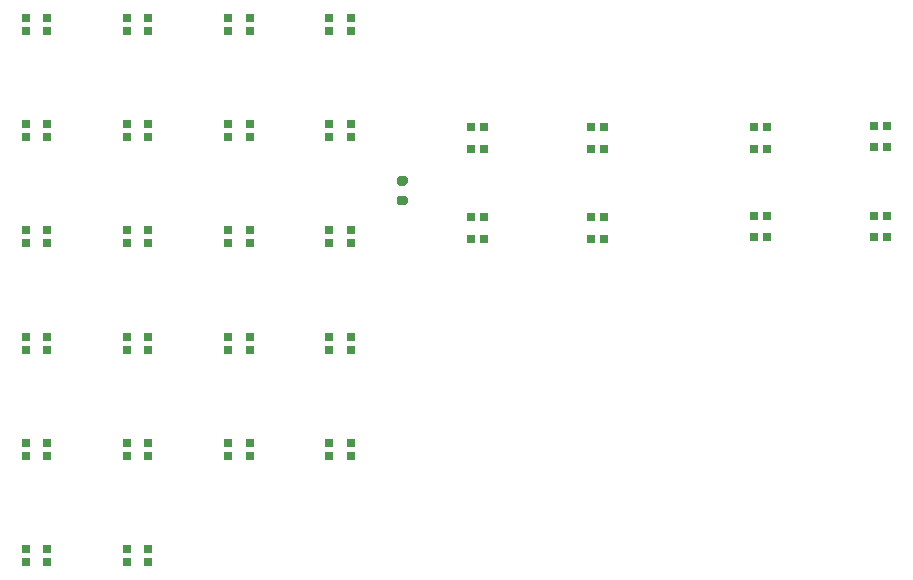
<source format=gbr>
%TF.GenerationSoftware,KiCad,Pcbnew,(5.1.12-1-10_14)*%
%TF.CreationDate,2021-11-28T14:01:49+11:00*%
%TF.ProjectId,ewi_v3-right,6577695f-7633-42d7-9269-6768742e6b69,rev?*%
%TF.SameCoordinates,Original*%
%TF.FileFunction,Paste,Top*%
%TF.FilePolarity,Positive*%
%FSLAX46Y46*%
G04 Gerber Fmt 4.6, Leading zero omitted, Abs format (unit mm)*
G04 Created by KiCad (PCBNEW (5.1.12-1-10_14)) date 2021-11-28 14:01:49*
%MOMM*%
%LPD*%
G01*
G04 APERTURE LIST*
%ADD10R,0.700000X0.700000*%
G04 APERTURE END LIST*
%TO.C,R1*%
G36*
G01*
X134854050Y-86362195D02*
X135404050Y-86362195D01*
G75*
G02*
X135604050Y-86562195I0J-200000D01*
G01*
X135604050Y-86962195D01*
G75*
G02*
X135404050Y-87162195I-200000J0D01*
G01*
X134854050Y-87162195D01*
G75*
G02*
X134654050Y-86962195I0J200000D01*
G01*
X134654050Y-86562195D01*
G75*
G02*
X134854050Y-86362195I200000J0D01*
G01*
G37*
G36*
G01*
X134854050Y-84712195D02*
X135404050Y-84712195D01*
G75*
G02*
X135604050Y-84912195I0J-200000D01*
G01*
X135604050Y-85312195D01*
G75*
G02*
X135404050Y-85512195I-200000J0D01*
G01*
X134854050Y-85512195D01*
G75*
G02*
X134654050Y-85312195I0J200000D01*
G01*
X134654050Y-84912195D01*
G75*
G02*
X134854050Y-84712195I200000J0D01*
G01*
G37*
%TD*%
D10*
%TO.C,D31*%
X111797499Y-117392797D03*
X111797499Y-116292797D03*
X113627499Y-116292797D03*
X113627499Y-117392797D03*
%TD*%
%TO.C,D30*%
X103263099Y-117392797D03*
X103263099Y-116292797D03*
X105093099Y-116292797D03*
X105093099Y-117392797D03*
%TD*%
%TO.C,D29*%
X105093099Y-107301197D03*
X105093099Y-108401197D03*
X103263099Y-108401197D03*
X103263099Y-107301197D03*
%TD*%
%TO.C,D28*%
X113627499Y-107301197D03*
X113627499Y-108401197D03*
X111797499Y-108401197D03*
X111797499Y-107301197D03*
%TD*%
%TO.C,D27*%
X122238099Y-107301197D03*
X122238099Y-108401197D03*
X120408099Y-108401197D03*
X120408099Y-107301197D03*
%TD*%
%TO.C,D26*%
X130772499Y-107301197D03*
X130772499Y-108401197D03*
X128942499Y-108401197D03*
X128942499Y-107301197D03*
%TD*%
%TO.C,D25*%
X128942499Y-99409597D03*
X128942499Y-98309597D03*
X130772499Y-98309597D03*
X130772499Y-99409597D03*
%TD*%
%TO.C,D24*%
X120408099Y-99409597D03*
X120408099Y-98309597D03*
X122238099Y-98309597D03*
X122238099Y-99409597D03*
%TD*%
%TO.C,D23*%
X111797499Y-99409597D03*
X111797499Y-98309597D03*
X113627499Y-98309597D03*
X113627499Y-99409597D03*
%TD*%
%TO.C,D22*%
X103263099Y-99409597D03*
X103263099Y-98309597D03*
X105093099Y-98309597D03*
X105093099Y-99409597D03*
%TD*%
%TO.C,D21*%
X105093099Y-89317997D03*
X105093099Y-90417997D03*
X103263099Y-90417997D03*
X103263099Y-89317997D03*
%TD*%
%TO.C,D20*%
X113627499Y-89317997D03*
X113627499Y-90417997D03*
X111797499Y-90417997D03*
X111797499Y-89317997D03*
%TD*%
%TO.C,D19*%
X122238099Y-89317997D03*
X122238099Y-90417997D03*
X120408099Y-90417997D03*
X120408099Y-89317997D03*
%TD*%
%TO.C,D18*%
X130772499Y-89317997D03*
X130772499Y-90417997D03*
X128942499Y-90417997D03*
X128942499Y-89317997D03*
%TD*%
%TO.C,D17*%
X128942499Y-81426398D03*
X128942499Y-80326398D03*
X130772499Y-80326398D03*
X130772499Y-81426398D03*
%TD*%
%TO.C,D16*%
X120408099Y-81426398D03*
X120408099Y-80326398D03*
X122238099Y-80326398D03*
X122238099Y-81426398D03*
%TD*%
%TO.C,D15*%
X111797499Y-81426398D03*
X111797499Y-80326398D03*
X113627499Y-80326398D03*
X113627499Y-81426398D03*
%TD*%
%TO.C,D14*%
X103263099Y-81426398D03*
X103263099Y-80326398D03*
X105093099Y-80326398D03*
X105093099Y-81426398D03*
%TD*%
%TO.C,D13*%
X105093099Y-71334798D03*
X105093099Y-72434798D03*
X103263099Y-72434798D03*
X103263099Y-71334798D03*
%TD*%
%TO.C,D12*%
X113627499Y-71334798D03*
X113627499Y-72434798D03*
X111797499Y-72434798D03*
X111797499Y-71334798D03*
%TD*%
%TO.C,D11*%
X122238099Y-71334797D03*
X122238099Y-72434797D03*
X120408099Y-72434797D03*
X120408099Y-71334797D03*
%TD*%
%TO.C,D10*%
X130772499Y-71334797D03*
X130772499Y-72434797D03*
X128942499Y-72434797D03*
X128942499Y-71334797D03*
%TD*%
%TO.C,D9*%
X142029050Y-82407195D03*
X140929050Y-82407195D03*
X140929050Y-80577195D03*
X142029050Y-80577195D03*
%TD*%
%TO.C,D8*%
X142029050Y-90027195D03*
X140929050Y-90027195D03*
X140929050Y-88197195D03*
X142029050Y-88197195D03*
%TD*%
%TO.C,D7*%
X151089050Y-88197195D03*
X152189050Y-88197195D03*
X152189050Y-90027195D03*
X151089050Y-90027195D03*
%TD*%
%TO.C,D6*%
X151089050Y-80577195D03*
X152189050Y-80577195D03*
X152189050Y-82407195D03*
X151089050Y-82407195D03*
%TD*%
%TO.C,D5*%
X165999050Y-82417195D03*
X164899050Y-82417195D03*
X164899050Y-80587195D03*
X165999050Y-80587195D03*
%TD*%
%TO.C,D4*%
X165999049Y-89907139D03*
X164899049Y-89907139D03*
X164899049Y-88077139D03*
X165999049Y-88077139D03*
%TD*%
%TO.C,D3*%
X175059049Y-88077139D03*
X176159049Y-88077139D03*
X176159049Y-89907139D03*
X175059049Y-89907139D03*
%TD*%
%TO.C,D2*%
X175059049Y-80457139D03*
X176159049Y-80457139D03*
X176159049Y-82287139D03*
X175059049Y-82287139D03*
%TD*%
M02*

</source>
